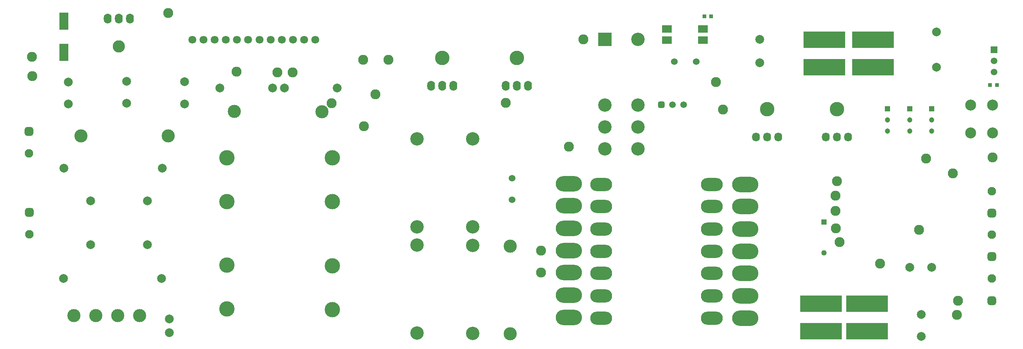
<source format=gbr>
%TF.GenerationSoftware,Altium Limited,Altium Designer,24.3.1 (35)*%
G04 Layer_Color=255*
%FSLAX43Y43*%
%MOMM*%
%TF.SameCoordinates,2EF1D394-34E5-4190-8ABA-250447B0B6E5*%
%TF.FilePolarity,Positive*%
%TF.FileFunction,Pads,Top*%
%TF.Part,Single*%
G01*
G75*
%TA.AperFunction,SMDPad,CuDef*%
%ADD10R,9.500X3.750*%
%ADD11R,0.850X0.900*%
%ADD12R,2.000X4.000*%
%ADD13R,2.200X1.700*%
%TA.AperFunction,ComponentPad*%
%ADD29C,1.524*%
%ADD30C,3.048*%
%ADD31O,5.000X3.000*%
%ADD32O,6.000X3.500*%
%ADD33C,3.500*%
%ADD34C,2.500*%
%ADD35C,2.000*%
%ADD36C,2.286*%
%ADD37C,3.000*%
%ADD38C,1.950*%
G04:AMPARAMS|DCode=39|XSize=1.95mm|YSize=1.95mm|CornerRadius=0.488mm|HoleSize=0mm|Usage=FLASHONLY|Rotation=90.000|XOffset=0mm|YOffset=0mm|HoleType=Round|Shape=RoundedRectangle|*
%AMROUNDEDRECTD39*
21,1,1.950,0.975,0,0,90.0*
21,1,0.975,1.950,0,0,90.0*
1,1,0.975,0.488,0.488*
1,1,0.975,0.488,-0.488*
1,1,0.975,-0.488,-0.488*
1,1,0.975,-0.488,0.488*
%
%ADD39ROUNDEDRECTD39*%
%ADD40O,1.778X2.032*%
%ADD41C,3.302*%
%ADD42O,1.778X2.286*%
%ADD43C,2.794*%
%ADD44C,1.800*%
%ADD45C,1.500*%
G04:AMPARAMS|DCode=46|XSize=1.5mm|YSize=1.5mm|CornerRadius=0.375mm|HoleSize=0mm|Usage=FLASHONLY|Rotation=180.000|XOffset=0mm|YOffset=0mm|HoleType=Round|Shape=RoundedRectangle|*
%AMROUNDEDRECTD46*
21,1,1.500,0.750,0,0,180.0*
21,1,0.750,1.500,0,0,180.0*
1,1,0.750,-0.375,0.375*
1,1,0.750,0.375,0.375*
1,1,0.750,0.375,-0.375*
1,1,0.750,-0.375,-0.375*
%
%ADD46ROUNDEDRECTD46*%
%ADD47R,3.048X3.048*%
%ADD48R,1.500X1.500*%
%ADD49R,1.200X1.200*%
%ADD50C,1.200*%
%ADD51C,1.250*%
%ADD52R,1.250X1.250*%
D10*
X196950Y72225D02*
D03*
Y65975D02*
D03*
X185900Y72225D02*
D03*
Y65975D02*
D03*
X185100Y12050D02*
D03*
Y5800D02*
D03*
X195625D02*
D03*
Y12050D02*
D03*
D11*
X223650Y61900D02*
D03*
X225200D02*
D03*
X158525Y77600D02*
D03*
X160075D02*
D03*
D12*
X12500Y69375D02*
D03*
Y76475D02*
D03*
D13*
X150000Y72105D02*
D03*
Y74645D02*
D03*
X158200D02*
D03*
Y72105D02*
D03*
D29*
X114675Y35725D02*
D03*
Y40675D02*
D03*
X151675Y67225D02*
D03*
X156625D02*
D03*
D30*
X105667Y29592D02*
D03*
Y49658D02*
D03*
X93000Y25441D02*
D03*
Y5375D02*
D03*
Y49658D02*
D03*
Y29592D02*
D03*
X105725Y5271D02*
D03*
Y25337D02*
D03*
X143350Y72325D02*
D03*
X135850Y57325D02*
D03*
Y52325D02*
D03*
Y47325D02*
D03*
X143350D02*
D03*
Y52325D02*
D03*
Y57325D02*
D03*
D31*
X160214Y13813D02*
D03*
Y18979D02*
D03*
Y23973D02*
D03*
Y29053D02*
D03*
Y34219D02*
D03*
Y39213D02*
D03*
X134941Y8733D02*
D03*
Y13813D02*
D03*
Y18979D02*
D03*
Y23973D02*
D03*
Y29053D02*
D03*
Y34219D02*
D03*
Y39213D02*
D03*
X160214Y8733D02*
D03*
D32*
X167834Y13813D02*
D03*
Y18979D02*
D03*
Y23973D02*
D03*
Y29053D02*
D03*
Y34219D02*
D03*
Y39213D02*
D03*
Y8733D02*
D03*
X127575Y13940D02*
D03*
Y19106D02*
D03*
Y24100D02*
D03*
Y29180D02*
D03*
Y34346D02*
D03*
Y39340D02*
D03*
Y8860D02*
D03*
D33*
X73700Y45275D02*
D03*
Y35275D02*
D03*
X49650Y10825D02*
D03*
Y20825D02*
D03*
Y35275D02*
D03*
Y45275D02*
D03*
X73700Y20700D02*
D03*
Y10700D02*
D03*
D34*
X224184Y51001D02*
D03*
X219184D02*
D03*
Y57351D02*
D03*
X224184D02*
D03*
D35*
X211425Y73975D02*
D03*
Y65975D02*
D03*
X171150Y66941D02*
D03*
Y72275D02*
D03*
X205350Y20325D02*
D03*
X210350D02*
D03*
X208000Y4600D02*
D03*
Y9600D02*
D03*
X13475Y62600D02*
D03*
Y57600D02*
D03*
X39975Y62625D02*
D03*
Y57625D02*
D03*
X26775Y57750D02*
D03*
Y62750D02*
D03*
X31525Y35525D02*
D03*
X18525D02*
D03*
X31525Y25525D02*
D03*
X18525D02*
D03*
X36500Y5450D02*
D03*
Y8550D02*
D03*
X34875Y42975D02*
D03*
X12475D02*
D03*
X34750Y17800D02*
D03*
X12350D02*
D03*
X48041Y61225D02*
D03*
X60041D02*
D03*
X62791D02*
D03*
X74791D02*
D03*
D36*
X162750Y56350D02*
D03*
X5225Y68325D02*
D03*
X216125Y9524D02*
D03*
X216328Y12750D02*
D03*
X5239Y63925D02*
D03*
X83475Y59799D02*
D03*
X86448Y67625D02*
D03*
X51875Y64925D02*
D03*
X73517Y57776D02*
D03*
X127650Y47875D02*
D03*
X80700Y67675D02*
D03*
X80875Y52525D02*
D03*
X61125Y64778D02*
D03*
X198550Y21175D02*
D03*
X130900Y72325D02*
D03*
X36225Y78300D02*
D03*
X64646Y64757D02*
D03*
X121275Y19150D02*
D03*
X121225Y24100D02*
D03*
X188725Y39952D02*
D03*
X189365Y26070D02*
D03*
X215125Y41725D02*
D03*
X113227Y57825D02*
D03*
X207489Y28895D02*
D03*
X188464Y29250D02*
D03*
X224250Y45403D02*
D03*
X161149Y62575D02*
D03*
X188389Y36677D02*
D03*
X188414Y33189D02*
D03*
X209025Y45100D02*
D03*
D37*
X29725Y9300D02*
D03*
X14725D02*
D03*
X19725D02*
D03*
X24725D02*
D03*
X16325Y50325D02*
D03*
X36300Y50275D02*
D03*
X114257Y25184D02*
D03*
X114207Y5209D02*
D03*
X51350Y55850D02*
D03*
X71325Y55800D02*
D03*
D38*
X224041Y17750D02*
D03*
X4550Y46325D02*
D03*
X4575Y27875D02*
D03*
X224041Y27750D02*
D03*
Y37675D02*
D03*
D39*
X224041Y12750D02*
D03*
X4550Y51325D02*
D03*
X4575Y32875D02*
D03*
X224041Y22750D02*
D03*
Y32675D02*
D03*
D40*
X170260Y50050D02*
D03*
X172800D02*
D03*
X175340D02*
D03*
X186177Y50027D02*
D03*
X188717D02*
D03*
X191257D02*
D03*
D41*
X172800Y56400D02*
D03*
X188717Y56377D02*
D03*
X115767Y68077D02*
D03*
X98742D02*
D03*
D42*
X27525Y77050D02*
D03*
X24985D02*
D03*
X22445D02*
D03*
X118307Y61727D02*
D03*
X115767D02*
D03*
X113227D02*
D03*
X96202D02*
D03*
X98742D02*
D03*
X101282D02*
D03*
D43*
X24985Y70700D02*
D03*
D44*
X59631Y72250D02*
D03*
X69791D02*
D03*
X49381D02*
D03*
X51921D02*
D03*
X54461D02*
D03*
X57091D02*
D03*
X44301D02*
D03*
X62171D02*
D03*
X64711D02*
D03*
X67251D02*
D03*
X41761D02*
D03*
X46841D02*
D03*
D45*
X153790Y57375D02*
D03*
X151250D02*
D03*
X224525Y64870D02*
D03*
Y67410D02*
D03*
D46*
X148710Y57375D02*
D03*
D47*
X135850Y72325D02*
D03*
D48*
X224525Y69950D02*
D03*
D49*
X205317Y56465D02*
D03*
X210332D02*
D03*
X200277D02*
D03*
D50*
X205317Y53925D02*
D03*
Y51385D02*
D03*
X210332Y53925D02*
D03*
Y51385D02*
D03*
X200277Y53925D02*
D03*
Y51385D02*
D03*
D51*
X185800Y23600D02*
D03*
D52*
Y30700D02*
D03*
%TF.MD5,f004c03fc2300d8daa562d0fa441c1e0*%
M02*

</source>
